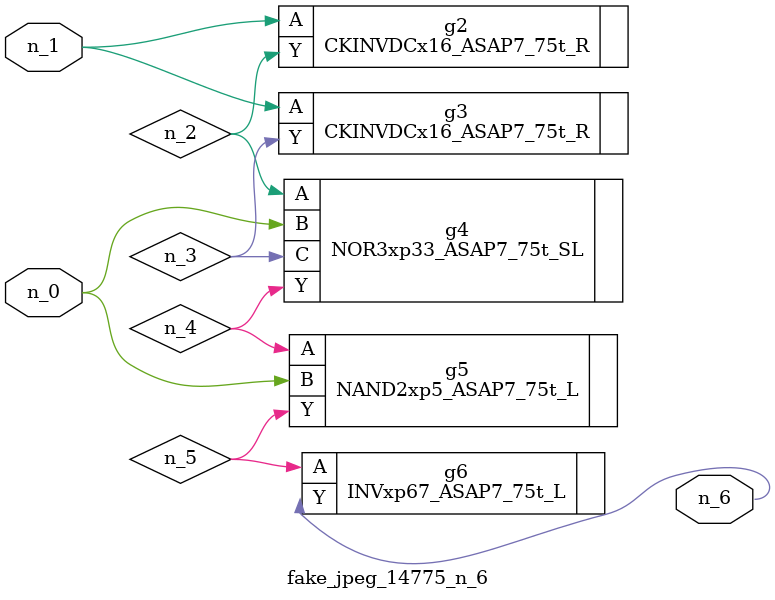
<source format=v>
module fake_jpeg_14775_n_6 (n_0, n_1, n_6);

input n_0;
input n_1;

output n_6;

wire n_2;
wire n_3;
wire n_4;
wire n_5;

CKINVDCx16_ASAP7_75t_R g2 ( 
.A(n_1),
.Y(n_2)
);

CKINVDCx16_ASAP7_75t_R g3 ( 
.A(n_1),
.Y(n_3)
);

NOR3xp33_ASAP7_75t_SL g4 ( 
.A(n_2),
.B(n_0),
.C(n_3),
.Y(n_4)
);

NAND2xp5_ASAP7_75t_L g5 ( 
.A(n_4),
.B(n_0),
.Y(n_5)
);

INVxp67_ASAP7_75t_L g6 ( 
.A(n_5),
.Y(n_6)
);


endmodule
</source>
